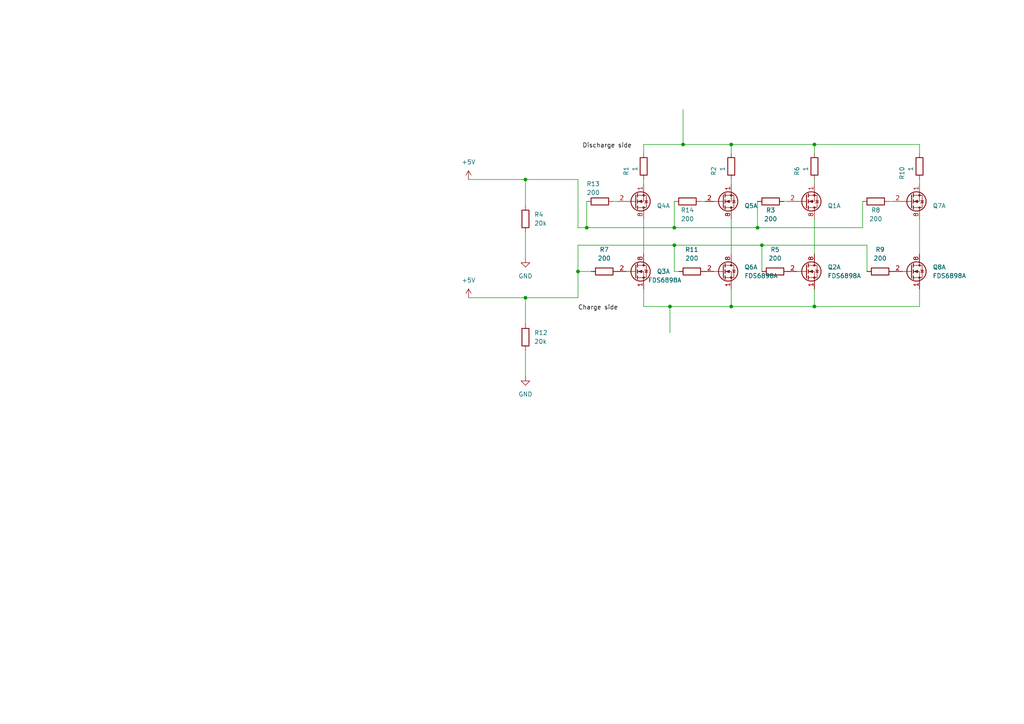
<source format=kicad_sch>
(kicad_sch (version 20230121) (generator eeschema)

  (uuid 21207a22-88c9-4870-a013-fccbd0cd4faf)

  (paper "A4")

  (lib_symbols
    (symbol "Device:R" (pin_numbers hide) (pin_names (offset 0)) (in_bom yes) (on_board yes)
      (property "Reference" "R" (at 2.032 0 90)
        (effects (font (size 1.27 1.27)))
      )
      (property "Value" "R" (at 0 0 90)
        (effects (font (size 1.27 1.27)))
      )
      (property "Footprint" "" (at -1.778 0 90)
        (effects (font (size 1.27 1.27)) hide)
      )
      (property "Datasheet" "~" (at 0 0 0)
        (effects (font (size 1.27 1.27)) hide)
      )
      (property "ki_keywords" "R res resistor" (at 0 0 0)
        (effects (font (size 1.27 1.27)) hide)
      )
      (property "ki_description" "Resistor" (at 0 0 0)
        (effects (font (size 1.27 1.27)) hide)
      )
      (property "ki_fp_filters" "R_*" (at 0 0 0)
        (effects (font (size 1.27 1.27)) hide)
      )
      (symbol "R_0_1"
        (rectangle (start -1.016 -2.54) (end 1.016 2.54)
          (stroke (width 0.254) (type default))
          (fill (type none))
        )
      )
      (symbol "R_1_1"
        (pin passive line (at 0 3.81 270) (length 1.27)
          (name "~" (effects (font (size 1.27 1.27))))
          (number "1" (effects (font (size 1.27 1.27))))
        )
        (pin passive line (at 0 -3.81 90) (length 1.27)
          (name "~" (effects (font (size 1.27 1.27))))
          (number "2" (effects (font (size 1.27 1.27))))
        )
      )
    )
    (symbol "Transistor_FET:FDS6898A" (pin_names hide) (in_bom yes) (on_board yes)
      (property "Reference" "Q" (at 5.08 1.905 0)
        (effects (font (size 1.27 1.27)) (justify left))
      )
      (property "Value" "FDS6898A" (at 5.08 0 0)
        (effects (font (size 1.27 1.27)) (justify left))
      )
      (property "Footprint" "Package_SO:SOIC-8_3.9x4.9mm_P1.27mm" (at 5.08 -1.905 0)
        (effects (font (size 1.27 1.27) italic) (justify left) hide)
      )
      (property "Datasheet" "https://www.onsemi.com/pub/Collateral/FDS6898A-D.PDF" (at 0 0 0)
        (effects (font (size 1.27 1.27)) (justify left) hide)
      )
      (property "ki_keywords" "Dual N-Channel MOSFET" (at 0 0 0)
        (effects (font (size 1.27 1.27)) hide)
      )
      (property "ki_description" "9.4A Id, 20V Vds, Dual N-Channel MOSFET, 14mOhm Ron, SO-8" (at 0 0 0)
        (effects (font (size 1.27 1.27)) hide)
      )
      (property "ki_fp_filters" "SOIC*3.9x4.9mm*P1.27mm*" (at 0 0 0)
        (effects (font (size 1.27 1.27)) hide)
      )
      (symbol "FDS6898A_0_1"
        (polyline
          (pts
            (xy 0.254 0)
            (xy -2.54 0)
          )
          (stroke (width 0) (type default))
          (fill (type none))
        )
        (polyline
          (pts
            (xy 0.254 1.905)
            (xy 0.254 -1.905)
          )
          (stroke (width 0.254) (type default))
          (fill (type none))
        )
        (polyline
          (pts
            (xy 0.762 -1.27)
            (xy 0.762 -2.286)
          )
          (stroke (width 0.254) (type default))
          (fill (type none))
        )
        (polyline
          (pts
            (xy 0.762 0.508)
            (xy 0.762 -0.508)
          )
          (stroke (width 0.254) (type default))
          (fill (type none))
        )
        (polyline
          (pts
            (xy 0.762 2.286)
            (xy 0.762 1.27)
          )
          (stroke (width 0.254) (type default))
          (fill (type none))
        )
        (polyline
          (pts
            (xy 2.54 2.54)
            (xy 2.54 1.778)
          )
          (stroke (width 0) (type default))
          (fill (type none))
        )
        (polyline
          (pts
            (xy 2.54 -2.54)
            (xy 2.54 0)
            (xy 0.762 0)
          )
          (stroke (width 0) (type default))
          (fill (type none))
        )
        (polyline
          (pts
            (xy 0.762 -1.778)
            (xy 3.302 -1.778)
            (xy 3.302 1.778)
            (xy 0.762 1.778)
          )
          (stroke (width 0) (type default))
          (fill (type none))
        )
        (polyline
          (pts
            (xy 1.016 0)
            (xy 2.032 0.381)
            (xy 2.032 -0.381)
            (xy 1.016 0)
          )
          (stroke (width 0) (type default))
          (fill (type outline))
        )
        (polyline
          (pts
            (xy 2.794 0.508)
            (xy 2.921 0.381)
            (xy 3.683 0.381)
            (xy 3.81 0.254)
          )
          (stroke (width 0) (type default))
          (fill (type none))
        )
        (polyline
          (pts
            (xy 3.302 0.381)
            (xy 2.921 -0.254)
            (xy 3.683 -0.254)
            (xy 3.302 0.381)
          )
          (stroke (width 0) (type default))
          (fill (type none))
        )
        (circle (center 1.651 0) (radius 2.794)
          (stroke (width 0.254) (type default))
          (fill (type none))
        )
        (circle (center 2.54 -1.778) (radius 0.254)
          (stroke (width 0) (type default))
          (fill (type outline))
        )
        (circle (center 2.54 1.778) (radius 0.254)
          (stroke (width 0) (type default))
          (fill (type outline))
        )
      )
      (symbol "FDS6898A_1_1"
        (pin passive line (at 2.54 -5.08 90) (length 2.54)
          (name "S1" (effects (font (size 1.27 1.27))))
          (number "1" (effects (font (size 1.27 1.27))))
        )
        (pin passive line (at -5.08 0 0) (length 2.54)
          (name "G1" (effects (font (size 1.27 1.27))))
          (number "2" (effects (font (size 1.27 1.27))))
        )
        (pin passive line (at 2.54 5.08 270) (length 2.54) hide
          (name "D1" (effects (font (size 1.27 1.27))))
          (number "7" (effects (font (size 1.27 1.27))))
        )
        (pin passive line (at 2.54 5.08 270) (length 2.54)
          (name "D1" (effects (font (size 1.27 1.27))))
          (number "8" (effects (font (size 1.27 1.27))))
        )
      )
      (symbol "FDS6898A_2_1"
        (pin passive line (at 2.54 -5.08 90) (length 2.54)
          (name "S2" (effects (font (size 1.27 1.27))))
          (number "3" (effects (font (size 1.27 1.27))))
        )
        (pin passive line (at -5.08 0 0) (length 2.54)
          (name "G2" (effects (font (size 1.27 1.27))))
          (number "4" (effects (font (size 1.27 1.27))))
        )
        (pin passive line (at 2.54 5.08 270) (length 2.54)
          (name "D2" (effects (font (size 1.27 1.27))))
          (number "5" (effects (font (size 1.27 1.27))))
        )
        (pin passive line (at 2.54 5.08 270) (length 2.54) hide
          (name "D2" (effects (font (size 1.27 1.27))))
          (number "6" (effects (font (size 1.27 1.27))))
        )
      )
    )
    (symbol "power:+5V" (power) (pin_names (offset 0)) (in_bom yes) (on_board yes)
      (property "Reference" "#PWR" (at 0 -3.81 0)
        (effects (font (size 1.27 1.27)) hide)
      )
      (property "Value" "+5V" (at 0 3.556 0)
        (effects (font (size 1.27 1.27)))
      )
      (property "Footprint" "" (at 0 0 0)
        (effects (font (size 1.27 1.27)) hide)
      )
      (property "Datasheet" "" (at 0 0 0)
        (effects (font (size 1.27 1.27)) hide)
      )
      (property "ki_keywords" "global power" (at 0 0 0)
        (effects (font (size 1.27 1.27)) hide)
      )
      (property "ki_description" "Power symbol creates a global label with name \"+5V\"" (at 0 0 0)
        (effects (font (size 1.27 1.27)) hide)
      )
      (symbol "+5V_0_1"
        (polyline
          (pts
            (xy -0.762 1.27)
            (xy 0 2.54)
          )
          (stroke (width 0) (type default))
          (fill (type none))
        )
        (polyline
          (pts
            (xy 0 0)
            (xy 0 2.54)
          )
          (stroke (width 0) (type default))
          (fill (type none))
        )
        (polyline
          (pts
            (xy 0 2.54)
            (xy 0.762 1.27)
          )
          (stroke (width 0) (type default))
          (fill (type none))
        )
      )
      (symbol "+5V_1_1"
        (pin power_in line (at 0 0 90) (length 0) hide
          (name "+5V" (effects (font (size 1.27 1.27))))
          (number "1" (effects (font (size 1.27 1.27))))
        )
      )
    )
    (symbol "power:GND" (power) (pin_names (offset 0)) (in_bom yes) (on_board yes)
      (property "Reference" "#PWR" (at 0 -6.35 0)
        (effects (font (size 1.27 1.27)) hide)
      )
      (property "Value" "GND" (at 0 -3.81 0)
        (effects (font (size 1.27 1.27)))
      )
      (property "Footprint" "" (at 0 0 0)
        (effects (font (size 1.27 1.27)) hide)
      )
      (property "Datasheet" "" (at 0 0 0)
        (effects (font (size 1.27 1.27)) hide)
      )
      (property "ki_keywords" "global power" (at 0 0 0)
        (effects (font (size 1.27 1.27)) hide)
      )
      (property "ki_description" "Power symbol creates a global label with name \"GND\" , ground" (at 0 0 0)
        (effects (font (size 1.27 1.27)) hide)
      )
      (symbol "GND_0_1"
        (polyline
          (pts
            (xy 0 0)
            (xy 0 -1.27)
            (xy 1.27 -1.27)
            (xy 0 -2.54)
            (xy -1.27 -1.27)
            (xy 0 -1.27)
          )
          (stroke (width 0) (type default))
          (fill (type none))
        )
      )
      (symbol "GND_1_1"
        (pin power_in line (at 0 0 270) (length 0) hide
          (name "GND" (effects (font (size 1.27 1.27))))
          (number "1" (effects (font (size 1.27 1.27))))
        )
      )
    )
  )

  (junction (at 152.4 52.07) (diameter 0) (color 0 0 0 0)
    (uuid 16784bc5-bf1a-40a8-bdb1-ee8483a375d7)
  )
  (junction (at 195.58 71.12) (diameter 0) (color 0 0 0 0)
    (uuid 257c5344-2ec9-4771-a068-396ca3597742)
  )
  (junction (at 195.58 66.04) (diameter 0) (color 0 0 0 0)
    (uuid 277579aa-7ce5-4a1a-9652-655ef4f0bc53)
  )
  (junction (at 170.18 66.04) (diameter 0) (color 0 0 0 0)
    (uuid 2c219368-2ae6-4d06-afe1-12c877b6815a)
  )
  (junction (at 167.64 78.74) (diameter 0) (color 0 0 0 0)
    (uuid 3dcb21e8-bf2c-4272-8410-562c73532c93)
  )
  (junction (at 212.09 88.9) (diameter 0) (color 0 0 0 0)
    (uuid 5389ab71-4b18-48b3-9554-a4021a1c3ae7)
  )
  (junction (at 219.71 66.04) (diameter 0) (color 0 0 0 0)
    (uuid 53afbabe-515b-4bcd-aa15-24ae9c240d60)
  )
  (junction (at 212.09 41.91) (diameter 0) (color 0 0 0 0)
    (uuid 704aa824-3026-4a82-ab62-acf755dc364f)
  )
  (junction (at 198.12 41.91) (diameter 0) (color 0 0 0 0)
    (uuid 7a248254-efcf-429a-b88f-0d2e2e607b3a)
  )
  (junction (at 220.98 71.12) (diameter 0) (color 0 0 0 0)
    (uuid 9ada4364-564f-4939-a845-bf78f03a397c)
  )
  (junction (at 236.22 88.9) (diameter 0) (color 0 0 0 0)
    (uuid 9b5a21e9-8ca1-44f7-89e7-900af1d828c8)
  )
  (junction (at 194.31 88.9) (diameter 0) (color 0 0 0 0)
    (uuid ab241562-c886-4513-b526-af7d1d1cd2eb)
  )
  (junction (at 152.4 86.36) (diameter 0) (color 0 0 0 0)
    (uuid ac17060e-7c11-4b2f-b614-be5dee2ebfbf)
  )
  (junction (at 236.22 41.91) (diameter 0) (color 0 0 0 0)
    (uuid adbdd9a1-dfbc-4dfe-8456-86f6766a8e38)
  )

  (wire (pts (xy 186.69 63.5) (xy 186.69 73.66))
    (stroke (width 0) (type default))
    (uuid 07959592-24cc-4f4b-bfd0-c568462c3f9a)
  )
  (wire (pts (xy 152.4 52.07) (xy 152.4 59.69))
    (stroke (width 0) (type default))
    (uuid 0920fdc8-b6fc-4b24-a55c-5b4cb1390b59)
  )
  (wire (pts (xy 251.46 71.12) (xy 220.98 71.12))
    (stroke (width 0) (type default))
    (uuid 0a5b9b0f-0863-428a-8c38-43fcff636ebf)
  )
  (wire (pts (xy 220.98 71.12) (xy 195.58 71.12))
    (stroke (width 0) (type default))
    (uuid 118613ec-4a5f-4b28-a313-3a567f1ea622)
  )
  (wire (pts (xy 152.4 86.36) (xy 167.64 86.36))
    (stroke (width 0) (type default))
    (uuid 1ee6420a-5f3b-44dd-903a-922eb924f78c)
  )
  (wire (pts (xy 167.64 78.74) (xy 167.64 71.12))
    (stroke (width 0) (type default))
    (uuid 28350aa8-a197-42a5-8e76-d5836a61d4e1)
  )
  (wire (pts (xy 195.58 58.42) (xy 195.58 66.04))
    (stroke (width 0) (type default))
    (uuid 302f15b6-6a32-4955-980b-c9e6fd3c0bd9)
  )
  (wire (pts (xy 135.89 52.07) (xy 152.4 52.07))
    (stroke (width 0) (type default))
    (uuid 32940955-8fff-439a-96c9-aa551650623d)
  )
  (wire (pts (xy 250.19 66.04) (xy 219.71 66.04))
    (stroke (width 0) (type default))
    (uuid 33b63563-023d-475c-9cee-64b57e83e682)
  )
  (wire (pts (xy 266.7 83.82) (xy 266.7 88.9))
    (stroke (width 0) (type default))
    (uuid 3d723a91-8b96-40c2-9907-a7df18a64116)
  )
  (wire (pts (xy 236.22 52.07) (xy 236.22 53.34))
    (stroke (width 0) (type default))
    (uuid 3d8a9403-f7b5-4c7d-9984-af9f148acf68)
  )
  (wire (pts (xy 152.4 52.07) (xy 167.64 52.07))
    (stroke (width 0) (type default))
    (uuid 3f7a1075-3754-4a9e-a03f-5b0b0ed1ad61)
  )
  (wire (pts (xy 152.4 67.31) (xy 152.4 74.93))
    (stroke (width 0) (type default))
    (uuid 40f6c6e7-aa36-460c-acdc-3d7bf5782bed)
  )
  (wire (pts (xy 167.64 66.04) (xy 170.18 66.04))
    (stroke (width 0) (type default))
    (uuid 4326e735-5cfe-418c-bfa7-b54b6b044118)
  )
  (wire (pts (xy 212.09 83.82) (xy 212.09 88.9))
    (stroke (width 0) (type default))
    (uuid 459662ea-31da-41d1-b8bf-772c1ab9a112)
  )
  (wire (pts (xy 203.2 58.42) (xy 204.47 58.42))
    (stroke (width 0) (type default))
    (uuid 4ad01e82-311e-4d10-b886-a41c641df5bc)
  )
  (wire (pts (xy 167.64 78.74) (xy 171.45 78.74))
    (stroke (width 0) (type default))
    (uuid 4ec0b967-5332-4274-a8ff-2e0a807bad08)
  )
  (wire (pts (xy 186.69 41.91) (xy 186.69 44.45))
    (stroke (width 0) (type default))
    (uuid 510b9e82-7b6b-4fd7-9101-00e2be9a8f99)
  )
  (wire (pts (xy 167.64 71.12) (xy 195.58 71.12))
    (stroke (width 0) (type default))
    (uuid 59c907a7-9e08-487c-a270-243a1d687d9c)
  )
  (wire (pts (xy 257.81 58.42) (xy 259.08 58.42))
    (stroke (width 0) (type default))
    (uuid 5c73ba57-b1d4-4490-8688-c0e1bc34ef4c)
  )
  (wire (pts (xy 186.69 52.07) (xy 186.69 53.34))
    (stroke (width 0) (type default))
    (uuid 656c9986-8f87-4385-834e-e3e7b19fc58f)
  )
  (wire (pts (xy 266.7 52.07) (xy 266.7 53.34))
    (stroke (width 0) (type default))
    (uuid 675eaf13-c7b6-4ff5-91f8-560b744f85ce)
  )
  (wire (pts (xy 212.09 41.91) (xy 212.09 44.45))
    (stroke (width 0) (type default))
    (uuid 67997248-8e8c-40f7-9e2d-a5df0ceaa698)
  )
  (wire (pts (xy 236.22 41.91) (xy 236.22 44.45))
    (stroke (width 0) (type default))
    (uuid 6947975a-1341-46e3-ba18-ac61ef9f6a11)
  )
  (wire (pts (xy 251.46 78.74) (xy 251.46 71.12))
    (stroke (width 0) (type default))
    (uuid 6968ec41-2b66-40ef-8e55-617bbd3a21cc)
  )
  (wire (pts (xy 236.22 41.91) (xy 266.7 41.91))
    (stroke (width 0) (type default))
    (uuid 6bbb7e69-1ee8-4561-af5f-07d2e8557405)
  )
  (wire (pts (xy 195.58 71.12) (xy 195.58 78.74))
    (stroke (width 0) (type default))
    (uuid 739c1946-34c5-4704-b689-e8d8358a75c5)
  )
  (wire (pts (xy 236.22 88.9) (xy 266.7 88.9))
    (stroke (width 0) (type default))
    (uuid 749fb6f8-733e-49eb-9e62-dad22a2d487c)
  )
  (wire (pts (xy 167.64 86.36) (xy 167.64 78.74))
    (stroke (width 0) (type default))
    (uuid 74fcf3be-f8ee-49f1-8327-c04523b0e1fa)
  )
  (wire (pts (xy 186.69 83.82) (xy 186.69 88.9))
    (stroke (width 0) (type default))
    (uuid 7a07aac2-be75-43d8-af33-e88513f89cc4)
  )
  (wire (pts (xy 266.7 63.5) (xy 266.7 73.66))
    (stroke (width 0) (type default))
    (uuid 7da00270-03fc-4a8b-acd3-e5aa8b4883d8)
  )
  (wire (pts (xy 212.09 63.5) (xy 212.09 73.66))
    (stroke (width 0) (type default))
    (uuid 80376a5a-1065-480a-bc38-372c9859df08)
  )
  (wire (pts (xy 220.98 78.74) (xy 220.98 71.12))
    (stroke (width 0) (type default))
    (uuid 89663879-57d2-429f-9524-49eb0206c636)
  )
  (wire (pts (xy 152.4 86.36) (xy 152.4 93.98))
    (stroke (width 0) (type default))
    (uuid 8b9e8c5c-6388-4499-a53e-7a56a7b805b5)
  )
  (wire (pts (xy 219.71 66.04) (xy 195.58 66.04))
    (stroke (width 0) (type default))
    (uuid 8f93fd9b-df40-422a-a5fc-ed045f6f2bbe)
  )
  (wire (pts (xy 170.18 66.04) (xy 195.58 66.04))
    (stroke (width 0) (type default))
    (uuid 9ba50b72-fdd5-4109-b089-78aa89eaaca0)
  )
  (wire (pts (xy 212.09 88.9) (xy 236.22 88.9))
    (stroke (width 0) (type default))
    (uuid a096370e-cfbe-48ae-82ab-076e6e3c406a)
  )
  (wire (pts (xy 227.33 58.42) (xy 228.6 58.42))
    (stroke (width 0) (type default))
    (uuid a3990d17-ee60-46b7-bcd6-00fdb0daea07)
  )
  (wire (pts (xy 198.12 31.75) (xy 198.12 41.91))
    (stroke (width 0) (type default))
    (uuid ab0be096-9621-4e17-af28-d670d1640ab8)
  )
  (wire (pts (xy 152.4 101.6) (xy 152.4 109.22))
    (stroke (width 0) (type default))
    (uuid af637f31-1542-427f-9a25-6794f535ef1f)
  )
  (wire (pts (xy 177.8 58.42) (xy 179.07 58.42))
    (stroke (width 0) (type default))
    (uuid b4e52a02-bbcf-44b7-a434-67e5eb0fd5eb)
  )
  (wire (pts (xy 219.71 58.42) (xy 219.71 66.04))
    (stroke (width 0) (type default))
    (uuid b7fb2b6e-5249-4f12-9a51-6e74d86dd72b)
  )
  (wire (pts (xy 212.09 41.91) (xy 236.22 41.91))
    (stroke (width 0) (type default))
    (uuid b95d4daa-6fed-4c82-b211-80d3a6494be6)
  )
  (wire (pts (xy 250.19 58.42) (xy 250.19 66.04))
    (stroke (width 0) (type default))
    (uuid baba4a21-a78d-4032-abcd-ce9724a7d9fc)
  )
  (wire (pts (xy 186.69 88.9) (xy 194.31 88.9))
    (stroke (width 0) (type default))
    (uuid bb0d990c-cd69-45ec-8fb3-27df2a0cffbf)
  )
  (wire (pts (xy 236.22 83.82) (xy 236.22 88.9))
    (stroke (width 0) (type default))
    (uuid bce9b9c8-22c0-4a4c-a58a-a3df68a93ab3)
  )
  (wire (pts (xy 212.09 52.07) (xy 212.09 53.34))
    (stroke (width 0) (type default))
    (uuid bf3b9c3c-3ea1-4196-86c4-3a885ace7f40)
  )
  (wire (pts (xy 266.7 41.91) (xy 266.7 44.45))
    (stroke (width 0) (type default))
    (uuid ca52044a-4b70-410b-8b8e-5b85dbf42d01)
  )
  (wire (pts (xy 194.31 88.9) (xy 212.09 88.9))
    (stroke (width 0) (type default))
    (uuid cb0e6d25-3884-4a81-98ab-ee7c831d6a43)
  )
  (wire (pts (xy 186.69 41.91) (xy 198.12 41.91))
    (stroke (width 0) (type default))
    (uuid cbf5dd76-bba4-4cbd-9c7b-40c8f8118606)
  )
  (wire (pts (xy 236.22 63.5) (xy 236.22 73.66))
    (stroke (width 0) (type default))
    (uuid d0d5fe9b-ece5-425c-a993-12a76a31ebff)
  )
  (wire (pts (xy 135.89 86.36) (xy 152.4 86.36))
    (stroke (width 0) (type default))
    (uuid d8fa01c0-bed7-418c-9ca6-b0b307e4a521)
  )
  (wire (pts (xy 195.58 78.74) (xy 196.85 78.74))
    (stroke (width 0) (type default))
    (uuid da2ffca3-4ea3-4062-aedc-aca4f611d300)
  )
  (wire (pts (xy 198.12 41.91) (xy 212.09 41.91))
    (stroke (width 0) (type default))
    (uuid e5a31c74-d2cb-479e-8082-f36e35d765e6)
  )
  (wire (pts (xy 170.18 58.42) (xy 170.18 66.04))
    (stroke (width 0) (type default))
    (uuid f1b02894-f5f8-4614-8fde-3d7b6160aeb0)
  )
  (wire (pts (xy 194.31 88.9) (xy 194.31 96.52))
    (stroke (width 0) (type default))
    (uuid f6800615-937d-4ca8-a6da-4b9bbf0d0595)
  )
  (wire (pts (xy 167.64 52.07) (xy 167.64 66.04))
    (stroke (width 0) (type default))
    (uuid f709da83-e56b-4078-8cc7-6515523013d2)
  )

  (label "Charge side" (at 167.64 90.17 0) (fields_autoplaced)
    (effects (font (size 1.27 1.27)) (justify left bottom))
    (uuid 15f6dab1-35e3-4167-b6f0-77d52edd7786)
  )
  (label "Discharge side" (at 168.91 43.18 0) (fields_autoplaced)
    (effects (font (size 1.27 1.27)) (justify left bottom))
    (uuid 1dedf72b-36c2-45c4-a515-b1d64de5151f)
  )

  (symbol (lib_id "Device:R") (at 175.26 78.74 270) (unit 1)
    (in_bom yes) (on_board yes) (dnp no) (fields_autoplaced)
    (uuid 105ffce2-80ca-490b-811c-d34bf051749f)
    (property "Reference" "R7" (at 175.26 72.39 90)
      (effects (font (size 1.27 1.27)))
    )
    (property "Value" "200" (at 175.26 74.93 90)
      (effects (font (size 1.27 1.27)))
    )
    (property "Footprint" "Resistor_SMD:R_0603_1608Metric" (at 175.26 76.962 90)
      (effects (font (size 1.27 1.27)) hide)
    )
    (property "Datasheet" "~" (at 175.26 78.74 0)
      (effects (font (size 1.27 1.27)) hide)
    )
    (pin "1" (uuid 37462b76-338e-42bf-82c6-4ab0e0516535))
    (pin "2" (uuid 8f9d35d3-734b-4b30-9ca4-5f472615152f))
    (instances
      (project "b"
        (path "/21207a22-88c9-4870-a013-fccbd0cd4faf"
          (reference "R7") (unit 1)
        )
      )
    )
  )

  (symbol (lib_id "Device:R") (at 212.09 48.26 0) (unit 1)
    (in_bom yes) (on_board yes) (dnp no)
    (uuid 3124939d-e68b-4dbe-97dc-05f971fd01b2)
    (property "Reference" "R2" (at 207.01 48.26 90)
      (effects (font (size 1.27 1.27)) (justify right))
    )
    (property "Value" "1" (at 209.55 48.26 90)
      (effects (font (size 1.27 1.27)) (justify right))
    )
    (property "Footprint" "Resistor_SMD:R_0603_1608Metric" (at 210.312 48.26 90)
      (effects (font (size 1.27 1.27)) hide)
    )
    (property "Datasheet" "~" (at 212.09 48.26 0)
      (effects (font (size 1.27 1.27)) hide)
    )
    (pin "1" (uuid 20c99fc6-a23d-4986-b1bb-8b259bda8bc2))
    (pin "2" (uuid c95a9f48-ff0c-440e-bf3f-467fb5e0dac9))
    (instances
      (project "b"
        (path "/21207a22-88c9-4870-a013-fccbd0cd4faf"
          (reference "R2") (unit 1)
        )
      )
    )
  )

  (symbol (lib_id "Transistor_FET:FDS6898A") (at 233.68 78.74 0) (unit 1)
    (in_bom yes) (on_board yes) (dnp no) (fields_autoplaced)
    (uuid 322b868f-64da-4e04-ad69-22a11debcc92)
    (property "Reference" "Q2" (at 240.03 77.47 0)
      (effects (font (size 1.27 1.27)) (justify left))
    )
    (property "Value" "FDS6898A" (at 240.03 80.01 0)
      (effects (font (size 1.27 1.27)) (justify left))
    )
    (property "Footprint" "Package_SO:SOIC-8_3.9x4.9mm_P1.27mm" (at 238.76 80.645 0)
      (effects (font (size 1.27 1.27) italic) (justify left) hide)
    )
    (property "Datasheet" "https://www.onsemi.com/pub/Collateral/FDS6898A-D.PDF" (at 233.68 78.74 0)
      (effects (font (size 1.27 1.27)) (justify left) hide)
    )
    (pin "1" (uuid 8922f12a-4e9c-4ded-9321-97331adf8597))
    (pin "2" (uuid 088e065b-04eb-41ef-a7a7-eafc2a1de915))
    (pin "7" (uuid cf79e6cd-777b-43b6-8eb7-a6dc5130436f))
    (pin "8" (uuid fc4643b5-474a-4957-9b37-927cace31aed))
    (pin "3" (uuid da077dba-0dd3-4a97-963c-64e792481257))
    (pin "4" (uuid 38796d79-2411-4cd3-9efd-2052a02473be))
    (pin "5" (uuid 402d3881-eed2-4604-bbc1-1e2effe71c5a))
    (pin "6" (uuid ecd17851-0823-4c43-8fb3-ed768b9f0786))
    (instances
      (project "b"
        (path "/21207a22-88c9-4870-a013-fccbd0cd4faf"
          (reference "Q2") (unit 1)
        )
      )
    )
  )

  (symbol (lib_id "power:+5V") (at 135.89 52.07 0) (unit 1)
    (in_bom yes) (on_board yes) (dnp no) (fields_autoplaced)
    (uuid 329d897e-359f-4b96-b1ca-5abb172341e5)
    (property "Reference" "#PWR04" (at 135.89 55.88 0)
      (effects (font (size 1.27 1.27)) hide)
    )
    (property "Value" "+5V" (at 135.89 46.99 0)
      (effects (font (size 1.27 1.27)))
    )
    (property "Footprint" "" (at 135.89 52.07 0)
      (effects (font (size 1.27 1.27)) hide)
    )
    (property "Datasheet" "" (at 135.89 52.07 0)
      (effects (font (size 1.27 1.27)) hide)
    )
    (pin "1" (uuid 029e667d-4946-41da-97c1-a844e188a4eb))
    (instances
      (project "b"
        (path "/21207a22-88c9-4870-a013-fccbd0cd4faf"
          (reference "#PWR04") (unit 1)
        )
      )
    )
  )

  (symbol (lib_id "Device:R") (at 236.22 48.26 0) (unit 1)
    (in_bom yes) (on_board yes) (dnp no)
    (uuid 3a975aab-80ac-4097-a0cc-6851bfd7fc4e)
    (property "Reference" "R6" (at 231.14 48.26 90)
      (effects (font (size 1.27 1.27)) (justify right))
    )
    (property "Value" "1" (at 233.68 48.26 90)
      (effects (font (size 1.27 1.27)) (justify right))
    )
    (property "Footprint" "Resistor_SMD:R_0603_1608Metric" (at 234.442 48.26 90)
      (effects (font (size 1.27 1.27)) hide)
    )
    (property "Datasheet" "~" (at 236.22 48.26 0)
      (effects (font (size 1.27 1.27)) hide)
    )
    (pin "1" (uuid d9c30a28-27b9-440a-92d4-c3b43f4c1d4c))
    (pin "2" (uuid 0a6aec82-96a6-47a7-8172-b2f921a4752d))
    (instances
      (project "b"
        (path "/21207a22-88c9-4870-a013-fccbd0cd4faf"
          (reference "R6") (unit 1)
        )
      )
    )
  )

  (symbol (lib_id "Device:R") (at 254 58.42 90) (unit 1)
    (in_bom yes) (on_board yes) (dnp no)
    (uuid 40871a61-ca47-4e98-a328-49d6c4155925)
    (property "Reference" "R8" (at 254 60.96 90)
      (effects (font (size 1.27 1.27)))
    )
    (property "Value" "200" (at 254 63.5 90)
      (effects (font (size 1.27 1.27)))
    )
    (property "Footprint" "Resistor_SMD:R_0603_1608Metric" (at 254 60.198 90)
      (effects (font (size 1.27 1.27)) hide)
    )
    (property "Datasheet" "~" (at 254 58.42 0)
      (effects (font (size 1.27 1.27)) hide)
    )
    (pin "1" (uuid 08e398e3-0d5d-41dc-84a4-795ac8453131))
    (pin "2" (uuid 3201a67b-6677-4940-a922-61f2a5230844))
    (instances
      (project "b"
        (path "/21207a22-88c9-4870-a013-fccbd0cd4faf"
          (reference "R8") (unit 1)
        )
      )
    )
  )

  (symbol (lib_id "Device:R") (at 255.27 78.74 270) (unit 1)
    (in_bom yes) (on_board yes) (dnp no) (fields_autoplaced)
    (uuid 58f88076-acb5-4de1-99eb-e44e1c5d0ef6)
    (property "Reference" "R9" (at 255.27 72.39 90)
      (effects (font (size 1.27 1.27)))
    )
    (property "Value" "200" (at 255.27 74.93 90)
      (effects (font (size 1.27 1.27)))
    )
    (property "Footprint" "Resistor_SMD:R_0603_1608Metric" (at 255.27 76.962 90)
      (effects (font (size 1.27 1.27)) hide)
    )
    (property "Datasheet" "~" (at 255.27 78.74 0)
      (effects (font (size 1.27 1.27)) hide)
    )
    (pin "1" (uuid f80e3904-da01-42ee-b3ef-f3b54df6ba9a))
    (pin "2" (uuid b24f5d2d-f0e7-48c0-860a-dc5a4e20391c))
    (instances
      (project "b"
        (path "/21207a22-88c9-4870-a013-fccbd0cd4faf"
          (reference "R9") (unit 1)
        )
      )
    )
  )

  (symbol (lib_id "Device:R") (at 224.79 78.74 270) (unit 1)
    (in_bom yes) (on_board yes) (dnp no) (fields_autoplaced)
    (uuid 6142cec7-b0f1-443a-8aa2-85ce44f613ee)
    (property "Reference" "R5" (at 224.79 72.39 90)
      (effects (font (size 1.27 1.27)))
    )
    (property "Value" "200" (at 224.79 74.93 90)
      (effects (font (size 1.27 1.27)))
    )
    (property "Footprint" "Resistor_SMD:R_0603_1608Metric" (at 224.79 76.962 90)
      (effects (font (size 1.27 1.27)) hide)
    )
    (property "Datasheet" "~" (at 224.79 78.74 0)
      (effects (font (size 1.27 1.27)) hide)
    )
    (pin "1" (uuid 15e82ce6-72ce-4dba-b200-1eb5298befef))
    (pin "2" (uuid 06c15836-6c31-4cec-8c99-119351341b31))
    (instances
      (project "b"
        (path "/21207a22-88c9-4870-a013-fccbd0cd4faf"
          (reference "R5") (unit 1)
        )
      )
    )
  )

  (symbol (lib_id "Device:R") (at 200.66 78.74 270) (unit 1)
    (in_bom yes) (on_board yes) (dnp no) (fields_autoplaced)
    (uuid 635a47e4-3c75-4fc2-a327-dd3a901b6e87)
    (property "Reference" "R11" (at 200.66 72.39 90)
      (effects (font (size 1.27 1.27)))
    )
    (property "Value" "200" (at 200.66 74.93 90)
      (effects (font (size 1.27 1.27)))
    )
    (property "Footprint" "Resistor_SMD:R_0603_1608Metric" (at 200.66 76.962 90)
      (effects (font (size 1.27 1.27)) hide)
    )
    (property "Datasheet" "~" (at 200.66 78.74 0)
      (effects (font (size 1.27 1.27)) hide)
    )
    (pin "1" (uuid 7b4d0032-3fe9-4045-98ef-d87693c65ef1))
    (pin "2" (uuid a6eb69b1-2548-40f4-9a4b-dc2989a8782e))
    (instances
      (project "b"
        (path "/21207a22-88c9-4870-a013-fccbd0cd4faf"
          (reference "R11") (unit 1)
        )
      )
    )
  )

  (symbol (lib_id "Transistor_FET:FDS6898A") (at 209.55 78.74 0) (unit 1)
    (in_bom yes) (on_board yes) (dnp no) (fields_autoplaced)
    (uuid 694ccc69-b529-44a4-bf00-9ea8f8d8da28)
    (property "Reference" "Q6" (at 215.9 77.47 0)
      (effects (font (size 1.27 1.27)) (justify left))
    )
    (property "Value" "FDS6898A" (at 215.9 80.01 0)
      (effects (font (size 1.27 1.27)) (justify left))
    )
    (property "Footprint" "Package_SO:SOIC-8_3.9x4.9mm_P1.27mm" (at 214.63 80.645 0)
      (effects (font (size 1.27 1.27) italic) (justify left) hide)
    )
    (property "Datasheet" "https://www.onsemi.com/pub/Collateral/FDS6898A-D.PDF" (at 209.55 78.74 0)
      (effects (font (size 1.27 1.27)) (justify left) hide)
    )
    (pin "1" (uuid 8ec5840d-3d5f-4432-b1c0-9cdd00ef5ecb))
    (pin "2" (uuid a62c225b-b7e3-4de8-9c31-436db21a957b))
    (pin "7" (uuid 70697fe8-c25f-495e-9096-140ee8df1bb3))
    (pin "8" (uuid 63199912-9403-48a8-84e0-48318b0b2f4f))
    (pin "3" (uuid da077dba-0dd3-4a97-963c-64e792481257))
    (pin "4" (uuid 38796d79-2411-4cd3-9efd-2052a02473be))
    (pin "5" (uuid 402d3881-eed2-4604-bbc1-1e2effe71c5a))
    (pin "6" (uuid ecd17851-0823-4c43-8fb3-ed768b9f0786))
    (instances
      (project "b"
        (path "/21207a22-88c9-4870-a013-fccbd0cd4faf"
          (reference "Q6") (unit 1)
        )
      )
    )
  )

  (symbol (lib_id "power:GND") (at 152.4 109.22 0) (unit 1)
    (in_bom yes) (on_board yes) (dnp no) (fields_autoplaced)
    (uuid 6afd2050-d5c2-48de-962c-159e5f70d1b3)
    (property "Reference" "#PWR07" (at 152.4 115.57 0)
      (effects (font (size 1.27 1.27)) hide)
    )
    (property "Value" "GND" (at 152.4 114.3508 0)
      (effects (font (size 1.27 1.27)))
    )
    (property "Footprint" "" (at 152.4 109.22 0)
      (effects (font (size 1.27 1.27)) hide)
    )
    (property "Datasheet" "" (at 152.4 109.22 0)
      (effects (font (size 1.27 1.27)) hide)
    )
    (pin "1" (uuid bb12ab2a-a85e-42c8-be6a-95a4d20cb5d4))
    (instances
      (project "b"
        (path "/21207a22-88c9-4870-a013-fccbd0cd4faf"
          (reference "#PWR07") (unit 1)
        )
      )
      (project "EmbSysProject"
        (path "/964c07c2-a448-4db6-b7ad-ac6c50e94eca"
          (reference "#PWR01") (unit 1)
        )
      )
    )
  )

  (symbol (lib_id "Device:R") (at 152.4 97.79 180) (unit 1)
    (in_bom yes) (on_board yes) (dnp no) (fields_autoplaced)
    (uuid 6b7f0a69-3ad1-4f96-804b-373ea4b494a1)
    (property "Reference" "R12" (at 154.94 96.52 0)
      (effects (font (size 1.27 1.27)) (justify right))
    )
    (property "Value" "20k" (at 154.94 99.06 0)
      (effects (font (size 1.27 1.27)) (justify right))
    )
    (property "Footprint" "Resistor_SMD:R_0603_1608Metric" (at 154.178 97.79 90)
      (effects (font (size 1.27 1.27)) hide)
    )
    (property "Datasheet" "~" (at 152.4 97.79 0)
      (effects (font (size 1.27 1.27)) hide)
    )
    (pin "1" (uuid 027b936b-5575-479b-a851-b75a26522c02))
    (pin "2" (uuid 1c907ad8-3193-4184-a25b-04ae3afb0f7b))
    (instances
      (project "b"
        (path "/21207a22-88c9-4870-a013-fccbd0cd4faf"
          (reference "R12") (unit 1)
        )
      )
    )
  )

  (symbol (lib_id "power:GND") (at 152.4 74.93 0) (unit 1)
    (in_bom yes) (on_board yes) (dnp no) (fields_autoplaced)
    (uuid 7e9e517b-a294-47c9-b201-eb4b31dd615a)
    (property "Reference" "#PWR01" (at 152.4 81.28 0)
      (effects (font (size 1.27 1.27)) hide)
    )
    (property "Value" "GND" (at 152.4 80.0608 0)
      (effects (font (size 1.27 1.27)))
    )
    (property "Footprint" "" (at 152.4 74.93 0)
      (effects (font (size 1.27 1.27)) hide)
    )
    (property "Datasheet" "" (at 152.4 74.93 0)
      (effects (font (size 1.27 1.27)) hide)
    )
    (pin "1" (uuid de004c69-e0ec-45a2-96bc-8fa9c29ecb65))
    (instances
      (project "b"
        (path "/21207a22-88c9-4870-a013-fccbd0cd4faf"
          (reference "#PWR01") (unit 1)
        )
      )
      (project "EmbSysProject"
        (path "/964c07c2-a448-4db6-b7ad-ac6c50e94eca"
          (reference "#PWR01") (unit 1)
        )
      )
    )
  )

  (symbol (lib_id "power:+5V") (at 135.89 86.36 0) (unit 1)
    (in_bom yes) (on_board yes) (dnp no) (fields_autoplaced)
    (uuid 97e379e8-462d-4b1e-be3a-16249f411435)
    (property "Reference" "#PWR06" (at 135.89 90.17 0)
      (effects (font (size 1.27 1.27)) hide)
    )
    (property "Value" "+5V" (at 135.89 81.28 0)
      (effects (font (size 1.27 1.27)))
    )
    (property "Footprint" "" (at 135.89 86.36 0)
      (effects (font (size 1.27 1.27)) hide)
    )
    (property "Datasheet" "" (at 135.89 86.36 0)
      (effects (font (size 1.27 1.27)) hide)
    )
    (pin "1" (uuid a27d87c7-8ae3-4b91-80cd-734293601cd2))
    (instances
      (project "b"
        (path "/21207a22-88c9-4870-a013-fccbd0cd4faf"
          (reference "#PWR06") (unit 1)
        )
      )
    )
  )

  (symbol (lib_id "Transistor_FET:FDS6898A") (at 233.68 58.42 0) (mirror x) (unit 1)
    (in_bom yes) (on_board yes) (dnp no)
    (uuid 9debbc06-dd4e-486c-973a-9ba847d81218)
    (property "Reference" "Q1" (at 240.03 59.69 0)
      (effects (font (size 1.27 1.27)) (justify left))
    )
    (property "Value" "FDS6898A" (at 240.03 57.15 0)
      (effects (font (size 1.27 1.27)) (justify left) hide)
    )
    (property "Footprint" "Package_SO:SOIC-8_3.9x4.9mm_P1.27mm" (at 238.76 56.515 0)
      (effects (font (size 1.27 1.27) italic) (justify left) hide)
    )
    (property "Datasheet" "https://www.onsemi.com/pub/Collateral/FDS6898A-D.PDF" (at 233.68 58.42 0)
      (effects (font (size 1.27 1.27)) (justify left) hide)
    )
    (pin "1" (uuid 4c4023bd-1411-4e93-9354-5270f8fb32b5))
    (pin "2" (uuid 4a9fd341-e455-454a-86a4-a980daeb3f8b))
    (pin "7" (uuid 62548c4d-40b6-469f-9d9a-dd2e798c2a41))
    (pin "8" (uuid 3906781b-543b-42ca-a894-ebedbc15c7a3))
    (pin "3" (uuid da077dba-0dd3-4a97-963c-64e792481256))
    (pin "4" (uuid 38796d79-2411-4cd3-9efd-2052a02473bd))
    (pin "5" (uuid 402d3881-eed2-4604-bbc1-1e2effe71c59))
    (pin "6" (uuid ecd17851-0823-4c43-8fb3-ed768b9f0785))
    (instances
      (project "b"
        (path "/21207a22-88c9-4870-a013-fccbd0cd4faf"
          (reference "Q1") (unit 1)
        )
      )
    )
  )

  (symbol (lib_id "Device:R") (at 223.52 58.42 90) (unit 1)
    (in_bom yes) (on_board yes) (dnp no)
    (uuid b1dadadd-561e-4bce-abb0-76a0f90f8316)
    (property "Reference" "R3" (at 223.52 60.96 90)
      (effects (font (size 1.27 1.27)))
    )
    (property "Value" "200" (at 223.52 63.5 90)
      (effects (font (size 1.27 1.27)))
    )
    (property "Footprint" "Resistor_SMD:R_0603_1608Metric" (at 223.52 60.198 90)
      (effects (font (size 1.27 1.27)) hide)
    )
    (property "Datasheet" "~" (at 223.52 58.42 0)
      (effects (font (size 1.27 1.27)) hide)
    )
    (pin "1" (uuid 16ea660b-6833-42f1-a7be-503e96b4a703))
    (pin "2" (uuid dcefb30a-2e37-41d7-bed2-691a13d19557))
    (instances
      (project "b"
        (path "/21207a22-88c9-4870-a013-fccbd0cd4faf"
          (reference "R3") (unit 1)
        )
      )
    )
  )

  (symbol (lib_id "Device:R") (at 266.7 48.26 0) (unit 1)
    (in_bom yes) (on_board yes) (dnp no)
    (uuid c4a8ff08-d206-4fed-80ef-55529a3c0c1a)
    (property "Reference" "R10" (at 261.62 48.26 90)
      (effects (font (size 1.27 1.27)) (justify right))
    )
    (property "Value" "1" (at 264.16 48.26 90)
      (effects (font (size 1.27 1.27)) (justify right))
    )
    (property "Footprint" "Resistor_SMD:R_0603_1608Metric" (at 264.922 48.26 90)
      (effects (font (size 1.27 1.27)) hide)
    )
    (property "Datasheet" "~" (at 266.7 48.26 0)
      (effects (font (size 1.27 1.27)) hide)
    )
    (pin "1" (uuid 998bdd4d-d5e8-459d-b828-8c892f81c8a1))
    (pin "2" (uuid 263cbacd-6f7f-49ea-ab74-7a0d88aa0b0f))
    (instances
      (project "b"
        (path "/21207a22-88c9-4870-a013-fccbd0cd4faf"
          (reference "R10") (unit 1)
        )
      )
    )
  )

  (symbol (lib_id "Transistor_FET:FDS6898A") (at 209.55 58.42 0) (mirror x) (unit 1)
    (in_bom yes) (on_board yes) (dnp no)
    (uuid c614643c-a203-44eb-9820-176ec8666f78)
    (property "Reference" "Q5" (at 215.9 59.69 0)
      (effects (font (size 1.27 1.27)) (justify left))
    )
    (property "Value" "FDS6898A" (at 215.9 57.15 0)
      (effects (font (size 1.27 1.27)) (justify left) hide)
    )
    (property "Footprint" "Package_SO:SOIC-8_3.9x4.9mm_P1.27mm" (at 214.63 56.515 0)
      (effects (font (size 1.27 1.27) italic) (justify left) hide)
    )
    (property "Datasheet" "https://www.onsemi.com/pub/Collateral/FDS6898A-D.PDF" (at 209.55 58.42 0)
      (effects (font (size 1.27 1.27)) (justify left) hide)
    )
    (pin "1" (uuid 96cd6908-136e-4ccb-b536-5e3dddfe0252))
    (pin "2" (uuid f392f9b9-2d07-4d5f-9b1d-1a5cb9bec186))
    (pin "7" (uuid 0aa019a7-c140-4635-808b-074571c5d4bf))
    (pin "8" (uuid 90398ba3-5659-4c87-a6fb-af13f9c3181c))
    (pin "3" (uuid da077dba-0dd3-4a97-963c-64e792481256))
    (pin "4" (uuid 38796d79-2411-4cd3-9efd-2052a02473bd))
    (pin "5" (uuid 402d3881-eed2-4604-bbc1-1e2effe71c59))
    (pin "6" (uuid ecd17851-0823-4c43-8fb3-ed768b9f0785))
    (instances
      (project "b"
        (path "/21207a22-88c9-4870-a013-fccbd0cd4faf"
          (reference "Q5") (unit 1)
        )
      )
    )
  )

  (symbol (lib_id "Device:R") (at 152.4 63.5 180) (unit 1)
    (in_bom yes) (on_board yes) (dnp no) (fields_autoplaced)
    (uuid ce5d8f4b-1c25-4b8a-87f6-adc5af6115f2)
    (property "Reference" "R4" (at 154.94 62.23 0)
      (effects (font (size 1.27 1.27)) (justify right))
    )
    (property "Value" "20k" (at 154.94 64.77 0)
      (effects (font (size 1.27 1.27)) (justify right))
    )
    (property "Footprint" "Resistor_SMD:R_0603_1608Metric" (at 154.178 63.5 90)
      (effects (font (size 1.27 1.27)) hide)
    )
    (property "Datasheet" "~" (at 152.4 63.5 0)
      (effects (font (size 1.27 1.27)) hide)
    )
    (pin "1" (uuid d016b6e7-c5c3-4be6-a0ce-ea52cc87c729))
    (pin "2" (uuid 5f1654d3-3c72-4812-a07d-609961b5f5ff))
    (instances
      (project "b"
        (path "/21207a22-88c9-4870-a013-fccbd0cd4faf"
          (reference "R4") (unit 1)
        )
      )
    )
  )

  (symbol (lib_id "Transistor_FET:FDS6898A") (at 264.16 58.42 0) (mirror x) (unit 1)
    (in_bom yes) (on_board yes) (dnp no)
    (uuid d4bc5c40-fb3d-447f-bc19-c9a7048c1fb5)
    (property "Reference" "Q7" (at 270.51 59.69 0)
      (effects (font (size 1.27 1.27)) (justify left))
    )
    (property "Value" "FDS6898A" (at 270.51 57.15 0)
      (effects (font (size 1.27 1.27)) (justify left) hide)
    )
    (property "Footprint" "Package_SO:SOIC-8_3.9x4.9mm_P1.27mm" (at 269.24 56.515 0)
      (effects (font (size 1.27 1.27) italic) (justify left) hide)
    )
    (property "Datasheet" "https://www.onsemi.com/pub/Collateral/FDS6898A-D.PDF" (at 264.16 58.42 0)
      (effects (font (size 1.27 1.27)) (justify left) hide)
    )
    (pin "1" (uuid c83b986f-87c7-4a91-bc82-0c09e8b37b24))
    (pin "2" (uuid 40ad383b-04b7-4d5a-915b-f0356bf6b938))
    (pin "7" (uuid b7bb6ec0-32b7-4a47-9eb6-c99a1abcbd4e))
    (pin "8" (uuid 53571352-39ea-41a4-a7e3-1cd66234793c))
    (pin "3" (uuid da077dba-0dd3-4a97-963c-64e792481256))
    (pin "4" (uuid 38796d79-2411-4cd3-9efd-2052a02473bd))
    (pin "5" (uuid 402d3881-eed2-4604-bbc1-1e2effe71c59))
    (pin "6" (uuid ecd17851-0823-4c43-8fb3-ed768b9f0785))
    (instances
      (project "b"
        (path "/21207a22-88c9-4870-a013-fccbd0cd4faf"
          (reference "Q7") (unit 1)
        )
      )
    )
  )

  (symbol (lib_id "Device:R") (at 186.69 48.26 0) (unit 1)
    (in_bom yes) (on_board yes) (dnp no)
    (uuid d662fdf3-74bc-465d-9648-13e6b7a79e89)
    (property "Reference" "R1" (at 181.61 48.26 90)
      (effects (font (size 1.27 1.27)) (justify right))
    )
    (property "Value" "1" (at 184.15 48.26 90)
      (effects (font (size 1.27 1.27)) (justify right))
    )
    (property "Footprint" "Resistor_SMD:R_0603_1608Metric" (at 184.912 48.26 90)
      (effects (font (size 1.27 1.27)) hide)
    )
    (property "Datasheet" "~" (at 186.69 48.26 0)
      (effects (font (size 1.27 1.27)) hide)
    )
    (pin "1" (uuid 4e8f2485-677c-44fd-8b4c-d60eff753516))
    (pin "2" (uuid 313d9078-4a33-4427-9884-14cfb2b5943f))
    (instances
      (project "b"
        (path "/21207a22-88c9-4870-a013-fccbd0cd4faf"
          (reference "R1") (unit 1)
        )
      )
    )
  )

  (symbol (lib_id "Device:R") (at 199.39 58.42 90) (unit 1)
    (in_bom yes) (on_board yes) (dnp no)
    (uuid dab03a5a-6eaf-4f24-ac2e-a386de5a746c)
    (property "Reference" "R14" (at 199.39 60.96 90)
      (effects (font (size 1.27 1.27)))
    )
    (property "Value" "200" (at 199.39 63.5 90)
      (effects (font (size 1.27 1.27)))
    )
    (property "Footprint" "Resistor_SMD:R_0603_1608Metric" (at 199.39 60.198 90)
      (effects (font (size 1.27 1.27)) hide)
    )
    (property "Datasheet" "~" (at 199.39 58.42 0)
      (effects (font (size 1.27 1.27)) hide)
    )
    (pin "1" (uuid 5314babe-4b47-4c99-8751-e3b61765d622))
    (pin "2" (uuid 4cced744-0255-4c84-9aa2-2e432618d4e7))
    (instances
      (project "b"
        (path "/21207a22-88c9-4870-a013-fccbd0cd4faf"
          (reference "R14") (unit 1)
        )
      )
    )
  )

  (symbol (lib_id "Device:R") (at 173.99 58.42 270) (unit 1)
    (in_bom yes) (on_board yes) (dnp no)
    (uuid e6bbb2cd-0ae8-46b9-8851-f94cc368596a)
    (property "Reference" "R13" (at 173.99 53.34 90)
      (effects (font (size 1.27 1.27)) (justify right))
    )
    (property "Value" "200" (at 173.99 55.88 90)
      (effects (font (size 1.27 1.27)) (justify right))
    )
    (property "Footprint" "Resistor_SMD:R_0603_1608Metric" (at 173.99 56.642 90)
      (effects (font (size 1.27 1.27)) hide)
    )
    (property "Datasheet" "~" (at 173.99 58.42 0)
      (effects (font (size 1.27 1.27)) hide)
    )
    (pin "1" (uuid 8a05e3fe-934a-40f5-b88c-f46f877aaad4))
    (pin "2" (uuid ece3b495-6391-4898-a192-388b69ea5f20))
    (instances
      (project "b"
        (path "/21207a22-88c9-4870-a013-fccbd0cd4faf"
          (reference "R13") (unit 1)
        )
      )
    )
  )

  (symbol (lib_id "Transistor_FET:FDS6898A") (at 184.15 58.42 0) (mirror x) (unit 1)
    (in_bom yes) (on_board yes) (dnp no)
    (uuid f39cc4f1-c88d-465a-b135-6383beb60724)
    (property "Reference" "Q4" (at 190.5 59.69 0)
      (effects (font (size 1.27 1.27)) (justify left))
    )
    (property "Value" "FDS6898A" (at 190.5 57.15 0)
      (effects (font (size 1.27 1.27)) (justify left) hide)
    )
    (property "Footprint" "Package_SO:SOIC-8_3.9x4.9mm_P1.27mm" (at 189.23 56.515 0)
      (effects (font (size 1.27 1.27) italic) (justify left) hide)
    )
    (property "Datasheet" "https://www.onsemi.com/pub/Collateral/FDS6898A-D.PDF" (at 184.15 58.42 0)
      (effects (font (size 1.27 1.27)) (justify left) hide)
    )
    (pin "1" (uuid a5f4e2e8-e7d8-47dc-8357-8126952a3222))
    (pin "2" (uuid e7d668c1-17c1-41b9-b448-762a6b2c6421))
    (pin "7" (uuid 6c6ab269-e0dd-4bc6-8506-074225e506cb))
    (pin "8" (uuid 2acd7091-8850-4675-a9cf-da31a2453d6d))
    (pin "3" (uuid da077dba-0dd3-4a97-963c-64e792481258))
    (pin "4" (uuid 38796d79-2411-4cd3-9efd-2052a02473bf))
    (pin "5" (uuid 402d3881-eed2-4604-bbc1-1e2effe71c5b))
    (pin "6" (uuid ecd17851-0823-4c43-8fb3-ed768b9f0787))
    (instances
      (project "b"
        (path "/21207a22-88c9-4870-a013-fccbd0cd4faf"
          (reference "Q4") (unit 1)
        )
      )
    )
  )

  (symbol (lib_id "Transistor_FET:FDS6898A") (at 264.16 78.74 0) (unit 1)
    (in_bom yes) (on_board yes) (dnp no) (fields_autoplaced)
    (uuid f7f6de93-93f8-4a73-92e3-0daba53f835a)
    (property "Reference" "Q8" (at 270.51 77.47 0)
      (effects (font (size 1.27 1.27)) (justify left))
    )
    (property "Value" "FDS6898A" (at 270.51 80.01 0)
      (effects (font (size 1.27 1.27)) (justify left))
    )
    (property "Footprint" "Package_SO:SOIC-8_3.9x4.9mm_P1.27mm" (at 269.24 80.645 0)
      (effects (font (size 1.27 1.27) italic) (justify left) hide)
    )
    (property "Datasheet" "https://www.onsemi.com/pub/Collateral/FDS6898A-D.PDF" (at 264.16 78.74 0)
      (effects (font (size 1.27 1.27)) (justify left) hide)
    )
    (pin "1" (uuid 29219a7d-22da-4d0c-a2f9-efb671d2a078))
    (pin "2" (uuid ff21d627-b8af-4dfd-9428-d3e549f57ca6))
    (pin "7" (uuid e8639cc8-7919-4106-a197-99ce3f1a140c))
    (pin "8" (uuid 34e0b4e6-5555-4689-849f-a9008b8a75b9))
    (pin "3" (uuid da077dba-0dd3-4a97-963c-64e792481257))
    (pin "4" (uuid 38796d79-2411-4cd3-9efd-2052a02473be))
    (pin "5" (uuid 402d3881-eed2-4604-bbc1-1e2effe71c5a))
    (pin "6" (uuid ecd17851-0823-4c43-8fb3-ed768b9f0786))
    (instances
      (project "b"
        (path "/21207a22-88c9-4870-a013-fccbd0cd4faf"
          (reference "Q8") (unit 1)
        )
      )
    )
  )

  (symbol (lib_id "Transistor_FET:FDS6898A") (at 184.15 78.74 0) (unit 1)
    (in_bom yes) (on_board yes) (dnp no)
    (uuid f8534f91-5458-4ed4-aa0a-baf4b5c19a5a)
    (property "Reference" "Q3" (at 190.5 78.74 0)
      (effects (font (size 1.27 1.27)) (justify left))
    )
    (property "Value" "FDS6898A" (at 187.96 81.28 0)
      (effects (font (size 1.27 1.27)) (justify left))
    )
    (property "Footprint" "Package_SO:SOIC-8_3.9x4.9mm_P1.27mm" (at 189.23 80.645 0)
      (effects (font (size 1.27 1.27) italic) (justify left) hide)
    )
    (property "Datasheet" "https://www.onsemi.com/pub/Collateral/FDS6898A-D.PDF" (at 184.15 78.74 0)
      (effects (font (size 1.27 1.27)) (justify left) hide)
    )
    (pin "1" (uuid c2e24212-60ff-454e-9791-f868371e41ee))
    (pin "2" (uuid 95ebe8a2-7615-4c27-8545-38a13f407faa))
    (pin "7" (uuid 8b1501d7-f64c-47cc-9dcb-7e647da5d1c6))
    (pin "8" (uuid dfc1ef0c-3365-4d30-abd6-d14ea30d08c1))
    (pin "3" (uuid da077dba-0dd3-4a97-963c-64e792481259))
    (pin "4" (uuid 38796d79-2411-4cd3-9efd-2052a02473c0))
    (pin "5" (uuid 402d3881-eed2-4604-bbc1-1e2effe71c5c))
    (pin "6" (uuid ecd17851-0823-4c43-8fb3-ed768b9f0788))
    (instances
      (project "b"
        (path "/21207a22-88c9-4870-a013-fccbd0cd4faf"
          (reference "Q3") (unit 1)
        )
      )
    )
  )

  (sheet_instances
    (path "/" (page "1"))
  )
)

</source>
